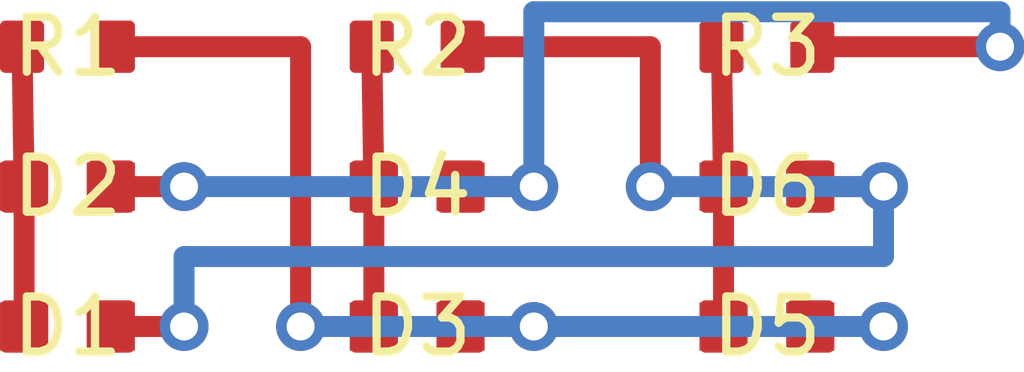
<source format=kicad_pcb>
(kicad_pcb (version 20221018) (generator SvgPcb)
  (layers (0 "F.Cu" signal) (31 "B.Cu" signal) (36 "B.SilkS" user) (37 "F.SilkS" user) (38 "B.Mask" user) (39 "F.Mask" user) (44 "Edge.Cuts" user))
  (net 0 "")
  (segment (start 0.787 210.000) (end 2.117 210.000) (width 0.381) (layer "F.Cu") (net 0))
  (segment (start 7.137 210.000) (end 8.467 210.000) (width 0.381) (layer "F.Cu") (net 0))
  (segment (start 13.487 210.000) (end 14.817 210.000) (width 0.381) (layer "F.Cu") (net 0))
  (segment (start 0.787 207.460) (end 2.117 207.460) (width 0.381) (layer "F.Cu") (net 0))
  (segment (start 7.137 207.460) (end 8.467 207.460) (width 0.381) (layer "F.Cu") (net 0))
  (segment (start 13.487 207.460) (end 14.817 207.460) (width 0.381) (layer "F.Cu") (net 0))
  (segment (start 0.825 204.920) (end 4.233 204.920) (width 0.381) (layer "F.Cu") (net 0))
  (segment (start 4.233 204.920) (end 4.233 210.000) (width 0.381) (layer "F.Cu") (net 0))
  (segment (start 7.175 204.920) (end 10.583 204.920) (width 0.381) (layer "F.Cu") (net 0))
  (segment (start 10.583 204.920) (end 10.583 207.460) (width 0.381) (layer "F.Cu") (net 0))
  (segment (start 13.525 204.920) (end 16.933 204.920) (width 0.381) (layer "F.Cu") (net 0))
  (segment (start -0.787 210.000) (end -0.787 207.460) (width 0.381) (layer "F.Cu") (net 0))
  (segment (start -0.787 207.460) (end -0.825 204.920) (width 0.381) (layer "F.Cu") (net 0))
  (segment (start 5.563 210.000) (end 5.563 207.460) (width 0.381) (layer "F.Cu") (net 0))
  (segment (start 5.563 207.460) (end 5.525 204.920) (width 0.381) (layer "F.Cu") (net 0))
  (segment (start 11.912 210.000) (end 11.912 207.460) (width 0.381) (layer "F.Cu") (net 0))
  (segment (start 11.912 207.460) (end 11.875 204.920) (width 0.381) (layer "F.Cu") (net 0))
  (segment (start 2.117 210.000) (end 2.117 210.000) (width 0.381) (layer "B.Cu") (net 0))
  (segment (start 8.467 210.000) (end 14.817 210.000) (width 0.381) (layer "B.Cu") (net 0))
  (segment (start 2.117 207.460) (end 8.467 207.460) (width 0.381) (layer "B.Cu") (net 0))
  (segment (start 14.817 207.460) (end 14.817 207.460) (width 0.381) (layer "B.Cu") (net 0))
  (segment (start 2.117 210.000) (end 2.117 208.730) (width 0.381) (layer "B.Cu") (net 0))
  (segment (start 2.117 208.730) (end 14.817 208.730) (width 0.381) (layer "B.Cu") (net 0))
  (segment (start 14.817 208.730) (end 14.817 207.460) (width 0.381) (layer "B.Cu") (net 0))
  (segment (start 4.233 210.000) (end 8.467 210.000) (width 0.381) (layer "B.Cu") (net 0))
  (segment (start 10.583 207.460) (end 14.817 207.460) (width 0.381) (layer "B.Cu") (net 0))
  (segment (start 16.933 204.920) (end 16.933 204.285) (width 0.381) (layer "B.Cu") (net 0))
  (segment (start 16.933 204.285) (end 8.467 204.285) (width 0.381) (layer "B.Cu") (net 0))
  (segment (start 8.467 204.285) (end 8.467 207.460) (width 0.381) (layer "B.Cu") (net 0))
  (footprint "SvgPcb:D1" (layer "F.Cu") (at 0.000 210.000 0)
    (fp_text reference "D1" (at 0 0) (layer "F.SilkS"))
    (pad "undefined" smd custom (at -0.787 0.000 0) (size 0.875 0.875) (layers "F.Cu" "F.Paste" "F.Mask" "F.Mask" "F.Paste") (options (clearance 0) (anchor rect)) (primitives (gr_poly (pts (xy -0.437 -0.366) (xy -0.436 -0.385) (xy -0.431 -0.403) (xy -0.423 -0.420) (xy -0.412 -0.436) (xy -0.398 -0.449) (xy -0.383 -0.460) (xy -0.366 -0.468) (xy -0.347 -0.473) (xy -0.328 -0.475) (xy 0.328 -0.475) (xy 0.347 -0.473) (xy 0.366 -0.468) (xy 0.383 -0.460) (xy 0.398 -0.449) (xy 0.412 -0.436) (xy 0.423 -0.420) (xy 0.431 -0.403) (xy 0.436 -0.385) (xy 0.437 -0.366) (xy 0.437 0.366) (xy 0.436 0.385) (xy 0.431 0.403) (xy 0.423 0.420) (xy 0.412 0.436) (xy 0.398 0.449) (xy 0.383 0.460) (xy 0.366 0.468) (xy 0.347 0.473) (xy 0.328 0.475) (xy -0.328 0.475) (xy -0.347 0.473) (xy -0.366 0.468) (xy -0.383 0.460) (xy -0.398 0.449) (xy -0.412 0.436) (xy -0.423 0.420) (xy -0.431 0.403) (xy -0.436 0.385) (xy -0.437 0.366) (xy -0.437 -0.366)) (width 0) (fill yes))))
    (pad "undefined" smd custom (at 0.787 0.000 0) (size 0.875 0.875) (layers "F.Cu" "F.Paste" "F.Mask" "F.Mask" "F.Paste") (options (clearance 0) (anchor rect)) (primitives (gr_poly (pts (xy -0.437 -0.366) (xy -0.436 -0.385) (xy -0.431 -0.403) (xy -0.423 -0.420) (xy -0.412 -0.436) (xy -0.398 -0.449) (xy -0.383 -0.460) (xy -0.366 -0.468) (xy -0.347 -0.473) (xy -0.328 -0.475) (xy 0.328 -0.475) (xy 0.347 -0.473) (xy 0.366 -0.468) (xy 0.383 -0.460) (xy 0.398 -0.449) (xy 0.412 -0.436) (xy 0.423 -0.420) (xy 0.431 -0.403) (xy 0.436 -0.385) (xy 0.437 -0.366) (xy 0.437 0.366) (xy 0.436 0.385) (xy 0.431 0.403) (xy 0.423 0.420) (xy 0.412 0.436) (xy 0.398 0.449) (xy 0.383 0.460) (xy 0.366 0.468) (xy 0.347 0.473) (xy 0.328 0.475) (xy -0.328 0.475) (xy -0.347 0.473) (xy -0.366 0.468) (xy -0.383 0.460) (xy -0.398 0.449) (xy -0.412 0.436) (xy -0.423 0.420) (xy -0.431 0.403) (xy -0.436 0.385) (xy -0.437 0.366) (xy -0.437 -0.366)) (width 0) (fill yes))))
  )
  (footprint "SvgPcb:D3" (layer "F.Cu") (at 6.350 210.000 0)
    (fp_text reference "D3" (at 0 0) (layer "F.SilkS"))
    (pad "undefined" smd custom (at -0.787 0.000 0) (size 0.875 0.875) (layers "F.Cu" "F.Paste" "F.Mask" "F.Mask" "F.Paste") (options (clearance 0) (anchor rect)) (primitives (gr_poly (pts (xy -0.437 -0.366) (xy -0.436 -0.385) (xy -0.431 -0.403) (xy -0.423 -0.420) (xy -0.412 -0.436) (xy -0.398 -0.449) (xy -0.383 -0.460) (xy -0.366 -0.468) (xy -0.347 -0.473) (xy -0.328 -0.475) (xy 0.328 -0.475) (xy 0.347 -0.473) (xy 0.366 -0.468) (xy 0.383 -0.460) (xy 0.398 -0.449) (xy 0.412 -0.436) (xy 0.423 -0.420) (xy 0.431 -0.403) (xy 0.436 -0.385) (xy 0.437 -0.366) (xy 0.437 0.366) (xy 0.436 0.385) (xy 0.431 0.403) (xy 0.423 0.420) (xy 0.412 0.436) (xy 0.398 0.449) (xy 0.383 0.460) (xy 0.366 0.468) (xy 0.347 0.473) (xy 0.328 0.475) (xy -0.328 0.475) (xy -0.347 0.473) (xy -0.366 0.468) (xy -0.383 0.460) (xy -0.398 0.449) (xy -0.412 0.436) (xy -0.423 0.420) (xy -0.431 0.403) (xy -0.436 0.385) (xy -0.437 0.366) (xy -0.437 -0.366)) (width 0) (fill yes))))
    (pad "undefined" smd custom (at 0.787 0.000 0) (size 0.875 0.875) (layers "F.Cu" "F.Paste" "F.Mask" "F.Mask" "F.Paste") (options (clearance 0) (anchor rect)) (primitives (gr_poly (pts (xy -0.437 -0.366) (xy -0.436 -0.385) (xy -0.431 -0.403) (xy -0.423 -0.420) (xy -0.412 -0.436) (xy -0.398 -0.449) (xy -0.383 -0.460) (xy -0.366 -0.468) (xy -0.347 -0.473) (xy -0.328 -0.475) (xy 0.328 -0.475) (xy 0.347 -0.473) (xy 0.366 -0.468) (xy 0.383 -0.460) (xy 0.398 -0.449) (xy 0.412 -0.436) (xy 0.423 -0.420) (xy 0.431 -0.403) (xy 0.436 -0.385) (xy 0.437 -0.366) (xy 0.437 0.366) (xy 0.436 0.385) (xy 0.431 0.403) (xy 0.423 0.420) (xy 0.412 0.436) (xy 0.398 0.449) (xy 0.383 0.460) (xy 0.366 0.468) (xy 0.347 0.473) (xy 0.328 0.475) (xy -0.328 0.475) (xy -0.347 0.473) (xy -0.366 0.468) (xy -0.383 0.460) (xy -0.398 0.449) (xy -0.412 0.436) (xy -0.423 0.420) (xy -0.431 0.403) (xy -0.436 0.385) (xy -0.437 0.366) (xy -0.437 -0.366)) (width 0) (fill yes))))
  )
  (footprint "SvgPcb:D5" (layer "F.Cu") (at 12.700 210.000 0)
    (fp_text reference "D5" (at 0 0) (layer "F.SilkS"))
    (pad "undefined" smd custom (at -0.787 0.000 0) (size 0.875 0.875) (layers "F.Cu" "F.Paste" "F.Mask" "F.Mask" "F.Paste") (options (clearance 0) (anchor rect)) (primitives (gr_poly (pts (xy -0.437 -0.366) (xy -0.436 -0.385) (xy -0.431 -0.403) (xy -0.423 -0.420) (xy -0.412 -0.436) (xy -0.398 -0.449) (xy -0.383 -0.460) (xy -0.366 -0.468) (xy -0.347 -0.473) (xy -0.328 -0.475) (xy 0.328 -0.475) (xy 0.347 -0.473) (xy 0.366 -0.468) (xy 0.383 -0.460) (xy 0.398 -0.449) (xy 0.412 -0.436) (xy 0.423 -0.420) (xy 0.431 -0.403) (xy 0.436 -0.385) (xy 0.437 -0.366) (xy 0.437 0.366) (xy 0.436 0.385) (xy 0.431 0.403) (xy 0.423 0.420) (xy 0.412 0.436) (xy 0.398 0.449) (xy 0.383 0.460) (xy 0.366 0.468) (xy 0.347 0.473) (xy 0.328 0.475) (xy -0.328 0.475) (xy -0.347 0.473) (xy -0.366 0.468) (xy -0.383 0.460) (xy -0.398 0.449) (xy -0.412 0.436) (xy -0.423 0.420) (xy -0.431 0.403) (xy -0.436 0.385) (xy -0.437 0.366) (xy -0.437 -0.366)) (width 0) (fill yes))))
    (pad "undefined" smd custom (at 0.787 0.000 0) (size 0.875 0.875) (layers "F.Cu" "F.Paste" "F.Mask" "F.Mask" "F.Paste") (options (clearance 0) (anchor rect)) (primitives (gr_poly (pts (xy -0.437 -0.366) (xy -0.436 -0.385) (xy -0.431 -0.403) (xy -0.423 -0.420) (xy -0.412 -0.436) (xy -0.398 -0.449) (xy -0.383 -0.460) (xy -0.366 -0.468) (xy -0.347 -0.473) (xy -0.328 -0.475) (xy 0.328 -0.475) (xy 0.347 -0.473) (xy 0.366 -0.468) (xy 0.383 -0.460) (xy 0.398 -0.449) (xy 0.412 -0.436) (xy 0.423 -0.420) (xy 0.431 -0.403) (xy 0.436 -0.385) (xy 0.437 -0.366) (xy 0.437 0.366) (xy 0.436 0.385) (xy 0.431 0.403) (xy 0.423 0.420) (xy 0.412 0.436) (xy 0.398 0.449) (xy 0.383 0.460) (xy 0.366 0.468) (xy 0.347 0.473) (xy 0.328 0.475) (xy -0.328 0.475) (xy -0.347 0.473) (xy -0.366 0.468) (xy -0.383 0.460) (xy -0.398 0.449) (xy -0.412 0.436) (xy -0.423 0.420) (xy -0.431 0.403) (xy -0.436 0.385) (xy -0.437 0.366) (xy -0.437 -0.366)) (width 0) (fill yes))))
  )
  (footprint "SvgPcb:D2" (layer "F.Cu") (at 0.000 207.460 0)
    (fp_text reference "D2" (at 0 0) (layer "F.SilkS"))
    (pad "undefined" smd custom (at -0.787 0.000 0) (size 0.875 0.875) (layers "F.Cu" "F.Paste" "F.Mask" "F.Mask" "F.Paste") (options (clearance 0) (anchor rect)) (primitives (gr_poly (pts (xy -0.437 -0.366) (xy -0.436 -0.385) (xy -0.431 -0.403) (xy -0.423 -0.420) (xy -0.412 -0.436) (xy -0.398 -0.449) (xy -0.383 -0.460) (xy -0.366 -0.468) (xy -0.347 -0.473) (xy -0.328 -0.475) (xy 0.328 -0.475) (xy 0.347 -0.473) (xy 0.366 -0.468) (xy 0.383 -0.460) (xy 0.398 -0.449) (xy 0.412 -0.436) (xy 0.423 -0.420) (xy 0.431 -0.403) (xy 0.436 -0.385) (xy 0.437 -0.366) (xy 0.437 0.366) (xy 0.436 0.385) (xy 0.431 0.403) (xy 0.423 0.420) (xy 0.412 0.436) (xy 0.398 0.449) (xy 0.383 0.460) (xy 0.366 0.468) (xy 0.347 0.473) (xy 0.328 0.475) (xy -0.328 0.475) (xy -0.347 0.473) (xy -0.366 0.468) (xy -0.383 0.460) (xy -0.398 0.449) (xy -0.412 0.436) (xy -0.423 0.420) (xy -0.431 0.403) (xy -0.436 0.385) (xy -0.437 0.366) (xy -0.437 -0.366)) (width 0) (fill yes))))
    (pad "undefined" smd custom (at 0.787 0.000 0) (size 0.875 0.875) (layers "F.Cu" "F.Paste" "F.Mask" "F.Mask" "F.Paste") (options (clearance 0) (anchor rect)) (primitives (gr_poly (pts (xy -0.437 -0.366) (xy -0.436 -0.385) (xy -0.431 -0.403) (xy -0.423 -0.420) (xy -0.412 -0.436) (xy -0.398 -0.449) (xy -0.383 -0.460) (xy -0.366 -0.468) (xy -0.347 -0.473) (xy -0.328 -0.475) (xy 0.328 -0.475) (xy 0.347 -0.473) (xy 0.366 -0.468) (xy 0.383 -0.460) (xy 0.398 -0.449) (xy 0.412 -0.436) (xy 0.423 -0.420) (xy 0.431 -0.403) (xy 0.436 -0.385) (xy 0.437 -0.366) (xy 0.437 0.366) (xy 0.436 0.385) (xy 0.431 0.403) (xy 0.423 0.420) (xy 0.412 0.436) (xy 0.398 0.449) (xy 0.383 0.460) (xy 0.366 0.468) (xy 0.347 0.473) (xy 0.328 0.475) (xy -0.328 0.475) (xy -0.347 0.473) (xy -0.366 0.468) (xy -0.383 0.460) (xy -0.398 0.449) (xy -0.412 0.436) (xy -0.423 0.420) (xy -0.431 0.403) (xy -0.436 0.385) (xy -0.437 0.366) (xy -0.437 -0.366)) (width 0) (fill yes))))
  )
  (footprint "SvgPcb:D4" (layer "F.Cu") (at 6.350 207.460 0)
    (fp_text reference "D4" (at 0 0) (layer "F.SilkS"))
    (pad "undefined" smd custom (at -0.787 0.000 0) (size 0.875 0.875) (layers "F.Cu" "F.Paste" "F.Mask" "F.Mask" "F.Paste") (options (clearance 0) (anchor rect)) (primitives (gr_poly (pts (xy -0.437 -0.366) (xy -0.436 -0.385) (xy -0.431 -0.403) (xy -0.423 -0.420) (xy -0.412 -0.436) (xy -0.398 -0.449) (xy -0.383 -0.460) (xy -0.366 -0.468) (xy -0.347 -0.473) (xy -0.328 -0.475) (xy 0.328 -0.475) (xy 0.347 -0.473) (xy 0.366 -0.468) (xy 0.383 -0.460) (xy 0.398 -0.449) (xy 0.412 -0.436) (xy 0.423 -0.420) (xy 0.431 -0.403) (xy 0.436 -0.385) (xy 0.437 -0.366) (xy 0.437 0.366) (xy 0.436 0.385) (xy 0.431 0.403) (xy 0.423 0.420) (xy 0.412 0.436) (xy 0.398 0.449) (xy 0.383 0.460) (xy 0.366 0.468) (xy 0.347 0.473) (xy 0.328 0.475) (xy -0.328 0.475) (xy -0.347 0.473) (xy -0.366 0.468) (xy -0.383 0.460) (xy -0.398 0.449) (xy -0.412 0.436) (xy -0.423 0.420) (xy -0.431 0.403) (xy -0.436 0.385) (xy -0.437 0.366) (xy -0.437 -0.366)) (width 0) (fill yes))))
    (pad "undefined" smd custom (at 0.787 0.000 0) (size 0.875 0.875) (layers "F.Cu" "F.Paste" "F.Mask" "F.Mask" "F.Paste") (options (clearance 0) (anchor rect)) (primitives (gr_poly (pts (xy -0.437 -0.366) (xy -0.436 -0.385) (xy -0.431 -0.403) (xy -0.423 -0.420) (xy -0.412 -0.436) (xy -0.398 -0.449) (xy -0.383 -0.460) (xy -0.366 -0.468) (xy -0.347 -0.473) (xy -0.328 -0.475) (xy 0.328 -0.475) (xy 0.347 -0.473) (xy 0.366 -0.468) (xy 0.383 -0.460) (xy 0.398 -0.449) (xy 0.412 -0.436) (xy 0.423 -0.420) (xy 0.431 -0.403) (xy 0.436 -0.385) (xy 0.437 -0.366) (xy 0.437 0.366) (xy 0.436 0.385) (xy 0.431 0.403) (xy 0.423 0.420) (xy 0.412 0.436) (xy 0.398 0.449) (xy 0.383 0.460) (xy 0.366 0.468) (xy 0.347 0.473) (xy 0.328 0.475) (xy -0.328 0.475) (xy -0.347 0.473) (xy -0.366 0.468) (xy -0.383 0.460) (xy -0.398 0.449) (xy -0.412 0.436) (xy -0.423 0.420) (xy -0.431 0.403) (xy -0.436 0.385) (xy -0.437 0.366) (xy -0.437 -0.366)) (width 0) (fill yes))))
  )
  (footprint "SvgPcb:D6" (layer "F.Cu") (at 12.700 207.460 0)
    (fp_text reference "D6" (at 0 0) (layer "F.SilkS"))
    (pad "undefined" smd custom (at -0.787 0.000 0) (size 0.875 0.875) (layers "F.Cu" "F.Paste" "F.Mask" "F.Mask" "F.Paste") (options (clearance 0) (anchor rect)) (primitives (gr_poly (pts (xy -0.437 -0.366) (xy -0.436 -0.385) (xy -0.431 -0.403) (xy -0.423 -0.420) (xy -0.412 -0.436) (xy -0.398 -0.449) (xy -0.383 -0.460) (xy -0.366 -0.468) (xy -0.347 -0.473) (xy -0.328 -0.475) (xy 0.328 -0.475) (xy 0.347 -0.473) (xy 0.366 -0.468) (xy 0.383 -0.460) (xy 0.398 -0.449) (xy 0.412 -0.436) (xy 0.423 -0.420) (xy 0.431 -0.403) (xy 0.436 -0.385) (xy 0.437 -0.366) (xy 0.437 0.366) (xy 0.436 0.385) (xy 0.431 0.403) (xy 0.423 0.420) (xy 0.412 0.436) (xy 0.398 0.449) (xy 0.383 0.460) (xy 0.366 0.468) (xy 0.347 0.473) (xy 0.328 0.475) (xy -0.328 0.475) (xy -0.347 0.473) (xy -0.366 0.468) (xy -0.383 0.460) (xy -0.398 0.449) (xy -0.412 0.436) (xy -0.423 0.420) (xy -0.431 0.403) (xy -0.436 0.385) (xy -0.437 0.366) (xy -0.437 -0.366)) (width 0) (fill yes))))
    (pad "undefined" smd custom (at 0.787 0.000 0) (size 0.875 0.875) (layers "F.Cu" "F.Paste" "F.Mask" "F.Mask" "F.Paste") (options (clearance 0) (anchor rect)) (primitives (gr_poly (pts (xy -0.437 -0.366) (xy -0.436 -0.385) (xy -0.431 -0.403) (xy -0.423 -0.420) (xy -0.412 -0.436) (xy -0.398 -0.449) (xy -0.383 -0.460) (xy -0.366 -0.468) (xy -0.347 -0.473) (xy -0.328 -0.475) (xy 0.328 -0.475) (xy 0.347 -0.473) (xy 0.366 -0.468) (xy 0.383 -0.460) (xy 0.398 -0.449) (xy 0.412 -0.436) (xy 0.423 -0.420) (xy 0.431 -0.403) (xy 0.436 -0.385) (xy 0.437 -0.366) (xy 0.437 0.366) (xy 0.436 0.385) (xy 0.431 0.403) (xy 0.423 0.420) (xy 0.412 0.436) (xy 0.398 0.449) (xy 0.383 0.460) (xy 0.366 0.468) (xy 0.347 0.473) (xy 0.328 0.475) (xy -0.328 0.475) (xy -0.347 0.473) (xy -0.366 0.468) (xy -0.383 0.460) (xy -0.398 0.449) (xy -0.412 0.436) (xy -0.423 0.420) (xy -0.431 0.403) (xy -0.436 0.385) (xy -0.437 0.366) (xy -0.437 -0.366)) (width 0) (fill yes))))
  )
  (footprint "SvgPcb:R1" (layer "F.Cu") (at 0.000 204.920 0)
    (fp_text reference "R1" (at 0 0) (layer "F.SilkS"))
    (pad "undefined" smd custom (at -0.825 0.000 0) (size 0.800 0.800) (layers "F.Cu" "F.Paste" "F.Mask" "F.Mask" "F.Paste") (options (clearance 0) (anchor rect)) (primitives (gr_poly (pts (xy -0.400 -0.375) (xy -0.398 -0.392) (xy -0.394 -0.409) (xy -0.387 -0.425) (xy -0.377 -0.439) (xy -0.364 -0.452) (xy -0.350 -0.462) (xy -0.334 -0.469) (xy -0.317 -0.473) (xy -0.300 -0.475) (xy 0.300 -0.475) (xy 0.317 -0.473) (xy 0.334 -0.469) (xy 0.350 -0.462) (xy 0.364 -0.452) (xy 0.377 -0.439) (xy 0.387 -0.425) (xy 0.394 -0.409) (xy 0.398 -0.392) (xy 0.400 -0.375) (xy 0.400 0.375) (xy 0.398 0.392) (xy 0.394 0.409) (xy 0.387 0.425) (xy 0.377 0.439) (xy 0.364 0.452) (xy 0.350 0.462) (xy 0.334 0.469) (xy 0.317 0.473) (xy 0.300 0.475) (xy -0.300 0.475) (xy -0.317 0.473) (xy -0.334 0.469) (xy -0.350 0.462) (xy -0.364 0.452) (xy -0.377 0.439) (xy -0.387 0.425) (xy -0.394 0.409) (xy -0.398 0.392) (xy -0.400 0.375) (xy -0.400 -0.375)) (width 0) (fill yes))))
    (pad "undefined" smd custom (at 0.825 0.000 0) (size 0.800 0.800) (layers "F.Cu" "F.Paste" "F.Mask" "F.Mask" "F.Paste") (options (clearance 0) (anchor rect)) (primitives (gr_poly (pts (xy -0.400 -0.375) (xy -0.398 -0.392) (xy -0.394 -0.409) (xy -0.387 -0.425) (xy -0.377 -0.439) (xy -0.364 -0.452) (xy -0.350 -0.462) (xy -0.334 -0.469) (xy -0.317 -0.473) (xy -0.300 -0.475) (xy 0.300 -0.475) (xy 0.317 -0.473) (xy 0.334 -0.469) (xy 0.350 -0.462) (xy 0.364 -0.452) (xy 0.377 -0.439) (xy 0.387 -0.425) (xy 0.394 -0.409) (xy 0.398 -0.392) (xy 0.400 -0.375) (xy 0.400 0.375) (xy 0.398 0.392) (xy 0.394 0.409) (xy 0.387 0.425) (xy 0.377 0.439) (xy 0.364 0.452) (xy 0.350 0.462) (xy 0.334 0.469) (xy 0.317 0.473) (xy 0.300 0.475) (xy -0.300 0.475) (xy -0.317 0.473) (xy -0.334 0.469) (xy -0.350 0.462) (xy -0.364 0.452) (xy -0.377 0.439) (xy -0.387 0.425) (xy -0.394 0.409) (xy -0.398 0.392) (xy -0.400 0.375) (xy -0.400 -0.375)) (width 0) (fill yes))))
  )
  (footprint "SvgPcb:R2" (layer "F.Cu") (at 6.350 204.920 0)
    (fp_text reference "R2" (at 0 0) (layer "F.SilkS"))
    (pad "undefined" smd custom (at -0.825 0.000 0) (size 0.800 0.800) (layers "F.Cu" "F.Paste" "F.Mask" "F.Mask" "F.Paste") (options (clearance 0) (anchor rect)) (primitives (gr_poly (pts (xy -0.400 -0.375) (xy -0.398 -0.392) (xy -0.394 -0.409) (xy -0.387 -0.425) (xy -0.377 -0.439) (xy -0.364 -0.452) (xy -0.350 -0.462) (xy -0.334 -0.469) (xy -0.317 -0.473) (xy -0.300 -0.475) (xy 0.300 -0.475) (xy 0.317 -0.473) (xy 0.334 -0.469) (xy 0.350 -0.462) (xy 0.364 -0.452) (xy 0.377 -0.439) (xy 0.387 -0.425) (xy 0.394 -0.409) (xy 0.398 -0.392) (xy 0.400 -0.375) (xy 0.400 0.375) (xy 0.398 0.392) (xy 0.394 0.409) (xy 0.387 0.425) (xy 0.377 0.439) (xy 0.364 0.452) (xy 0.350 0.462) (xy 0.334 0.469) (xy 0.317 0.473) (xy 0.300 0.475) (xy -0.300 0.475) (xy -0.317 0.473) (xy -0.334 0.469) (xy -0.350 0.462) (xy -0.364 0.452) (xy -0.377 0.439) (xy -0.387 0.425) (xy -0.394 0.409) (xy -0.398 0.392) (xy -0.400 0.375) (xy -0.400 -0.375)) (width 0) (fill yes))))
    (pad "undefined" smd custom (at 0.825 0.000 0) (size 0.800 0.800) (layers "F.Cu" "F.Paste" "F.Mask" "F.Mask" "F.Paste") (options (clearance 0) (anchor rect)) (primitives (gr_poly (pts (xy -0.400 -0.375) (xy -0.398 -0.392) (xy -0.394 -0.409) (xy -0.387 -0.425) (xy -0.377 -0.439) (xy -0.364 -0.452) (xy -0.350 -0.462) (xy -0.334 -0.469) (xy -0.317 -0.473) (xy -0.300 -0.475) (xy 0.300 -0.475) (xy 0.317 -0.473) (xy 0.334 -0.469) (xy 0.350 -0.462) (xy 0.364 -0.452) (xy 0.377 -0.439) (xy 0.387 -0.425) (xy 0.394 -0.409) (xy 0.398 -0.392) (xy 0.400 -0.375) (xy 0.400 0.375) (xy 0.398 0.392) (xy 0.394 0.409) (xy 0.387 0.425) (xy 0.377 0.439) (xy 0.364 0.452) (xy 0.350 0.462) (xy 0.334 0.469) (xy 0.317 0.473) (xy 0.300 0.475) (xy -0.300 0.475) (xy -0.317 0.473) (xy -0.334 0.469) (xy -0.350 0.462) (xy -0.364 0.452) (xy -0.377 0.439) (xy -0.387 0.425) (xy -0.394 0.409) (xy -0.398 0.392) (xy -0.400 0.375) (xy -0.400 -0.375)) (width 0) (fill yes))))
  )
  (footprint "SvgPcb:R3" (layer "F.Cu") (at 12.700 204.920 0)
    (fp_text reference "R3" (at 0 0) (layer "F.SilkS"))
    (pad "undefined" smd custom (at -0.825 0.000 0) (size 0.800 0.800) (layers "F.Cu" "F.Paste" "F.Mask" "F.Mask" "F.Paste") (options (clearance 0) (anchor rect)) (primitives (gr_poly (pts (xy -0.400 -0.375) (xy -0.398 -0.392) (xy -0.394 -0.409) (xy -0.387 -0.425) (xy -0.377 -0.439) (xy -0.364 -0.452) (xy -0.350 -0.462) (xy -0.334 -0.469) (xy -0.317 -0.473) (xy -0.300 -0.475) (xy 0.300 -0.475) (xy 0.317 -0.473) (xy 0.334 -0.469) (xy 0.350 -0.462) (xy 0.364 -0.452) (xy 0.377 -0.439) (xy 0.387 -0.425) (xy 0.394 -0.409) (xy 0.398 -0.392) (xy 0.400 -0.375) (xy 0.400 0.375) (xy 0.398 0.392) (xy 0.394 0.409) (xy 0.387 0.425) (xy 0.377 0.439) (xy 0.364 0.452) (xy 0.350 0.462) (xy 0.334 0.469) (xy 0.317 0.473) (xy 0.300 0.475) (xy -0.300 0.475) (xy -0.317 0.473) (xy -0.334 0.469) (xy -0.350 0.462) (xy -0.364 0.452) (xy -0.377 0.439) (xy -0.387 0.425) (xy -0.394 0.409) (xy -0.398 0.392) (xy -0.400 0.375) (xy -0.400 -0.375)) (width 0) (fill yes))))
    (pad "undefined" smd custom (at 0.825 0.000 0) (size 0.800 0.800) (layers "F.Cu" "F.Paste" "F.Mask" "F.Mask" "F.Paste") (options (clearance 0) (anchor rect)) (primitives (gr_poly (pts (xy -0.400 -0.375) (xy -0.398 -0.392) (xy -0.394 -0.409) (xy -0.387 -0.425) (xy -0.377 -0.439) (xy -0.364 -0.452) (xy -0.350 -0.462) (xy -0.334 -0.469) (xy -0.317 -0.473) (xy -0.300 -0.475) (xy 0.300 -0.475) (xy 0.317 -0.473) (xy 0.334 -0.469) (xy 0.350 -0.462) (xy 0.364 -0.452) (xy 0.377 -0.439) (xy 0.387 -0.425) (xy 0.394 -0.409) (xy 0.398 -0.392) (xy 0.400 -0.375) (xy 0.400 0.375) (xy 0.398 0.392) (xy 0.394 0.409) (xy 0.387 0.425) (xy 0.377 0.439) (xy 0.364 0.452) (xy 0.350 0.462) (xy 0.334 0.469) (xy 0.317 0.473) (xy 0.300 0.475) (xy -0.300 0.475) (xy -0.317 0.473) (xy -0.334 0.469) (xy -0.350 0.462) (xy -0.364 0.452) (xy -0.377 0.439) (xy -0.387 0.425) (xy -0.394 0.409) (xy -0.398 0.392) (xy -0.400 0.375) (xy -0.400 -0.375)) (width 0) (fill yes))))
  )
  (via (at 2.117 210.000) (size 0.889) (drill 0.508) (layers "F.Cu" "B.Cu") (net 0))
  (via (at 8.467 210.000) (size 0.889) (drill 0.508) (layers "F.Cu" "B.Cu") (net 0))
  (via (at 14.817 210.000) (size 0.889) (drill 0.508) (layers "F.Cu" "B.Cu") (net 0))
  (via (at 2.117 207.460) (size 0.889) (drill 0.508) (layers "F.Cu" "B.Cu") (net 0))
  (via (at 8.467 207.460) (size 0.889) (drill 0.508) (layers "F.Cu" "B.Cu") (net 0))
  (via (at 14.817 207.460) (size 0.889) (drill 0.508) (layers "F.Cu" "B.Cu") (net 0))
  (via (at 4.233 210.000) (size 0.889) (drill 0.508) (layers "F.Cu" "B.Cu") (net 0))
  (via (at 10.583 207.460) (size 0.889) (drill 0.508) (layers "F.Cu" "B.Cu") (net 0))
  (via (at 16.933 204.920) (size 0.889) (drill 0.508) (layers "F.Cu" "B.Cu") (net 0))
)
</source>
